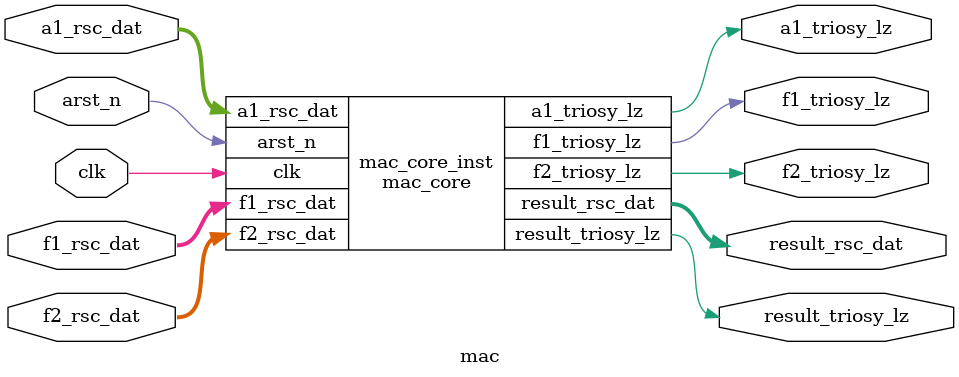
<source format=sv>



module ccs_in_v1 (idat, dat);

  parameter integer rscid = 1;
  parameter integer width = 8;

  output [width-1:0] idat;
  input  [width-1:0] dat;

  wire   [width-1:0] idat;

  assign idat = dat;

endmodule


//------> /wv/hlsb/CATAPULT/2025.2/2025-05-14/aol/Mgc_home/pkgs/siflibs/ccs_out_v1.v 
//------------------------------------------------------------------------------
// Catapult Synthesis - Sample I/O Port Library
//
// Copyright (c) 2003-2015 Mentor Graphics Corp.
//       All Rights Reserved
//
// This document may be used and distributed without restriction provided that
// this copyright statement is not removed from the file and that any derivative
// work contains this copyright notice.
//
// The design information contained in this file is intended to be an example
// of the functionality which the end user may study in preparation for creating
// their own custom interfaces. This design does not necessarily present a 
// complete implementation of the named protocol or standard.
//
//------------------------------------------------------------------------------

module ccs_out_v1 (dat, idat);

  parameter integer rscid = 1;
  parameter integer width = 8;

  output   [width-1:0] dat;
  input    [width-1:0] idat;

  wire     [width-1:0] dat;

  assign dat = idat;

endmodule




//------> /wv/hlsb/CATAPULT/2025.2/2025-05-14/aol/Mgc_home/pkgs/siflibs/mgc_io_sync_v2.v 
//------------------------------------------------------------------------------
// Catapult Synthesis - Sample I/O Port Library
//
// Copyright (c) 2003-2017 Mentor Graphics Corp.
//       All Rights Reserved
//
// This document may be used and distributed without restriction provided that
// this copyright statement is not removed from the file and that any derivative
// work contains this copyright notice.
//
// The design information contained in this file is intended to be an example
// of the functionality which the end user may study in preparation for creating
// their own custom interfaces. This design does not necessarily present a 
// complete implementation of the named protocol or standard.
//
//------------------------------------------------------------------------------


module mgc_io_sync_v2 (ld, lz);
    parameter valid = 0;

    input  ld;
    output lz;

    wire   lz;

    assign lz = ld;

endmodule


//------> /wv/hlsb/CATAPULT/2025.2/2025-05-14/aol/Mgc_home/pkgs/hls_pkgs/mgc_comps_src/mgc_mul_pipe_beh.v 
//
// File:      $Mgc_home/pkgs/hls_pkgs/mgc_comps_src/mgc_mul_pipe_beh.v
//
// BASELINE:  Catapult-C version 2006b.63
// MODIFIED:  2007-04-03, tnagler
//
// Note: this file uses Verilog2001 features; 
//       please enable Verilog2001 in the flow!

module mgc_mul_pipe (a, b, clk, en, a_rst, s_rst, z);

    // Parameters:
    parameter integer width_a = 32'd4;  // input a bit width
    parameter         signd_a =  1'b1;  // input a type (1=signed, 0=unsigned)
    parameter integer width_b = 32'd4;  // input b bit width
    parameter         signd_b =  1'b1;  // input b type (1=signed, 0=unsigned)
    parameter integer width_z = 32'd8;  // result bit width (= width_a + width_b)
    parameter      clock_edge =  1'b0;  // clock polarity (1=posedge, 0=negedge)
    parameter   enable_active =  1'b0;  // enable polarity (1=posedge, 0=negedge)
    parameter    a_rst_active =  1'b1;  // unused
    parameter    s_rst_active =  1'b1;  // unused
    parameter integer  stages = 32'd2;  // number of output registers + 1 (careful!)
    parameter integer n_inreg = 32'd0;  // number of input registers
   
    localparam integer width_ab = width_a + width_b;  // multiplier result width
    localparam integer n_inreg_min = (n_inreg > 1) ? (n_inreg-1) : 0; // for Synopsys DC
   
    // I/O ports:
    input  [width_a-1:0] a;      // input A
    input  [width_b-1:0] b;      // input B
    input                clk;    // clock
    input                en;     // enable
    input                a_rst;  // spyglass disable SYNTH_5121,W240
    input                s_rst;  // spyglass disable SYNTH_5121,W240
    output [width_z-1:0] z;      // output


    // Input registers:

    wire [width_a-1:0] a_f;
    wire [width_b-1:0] b_f;

    integer i;

    generate
    if (clock_edge == 1'b0)
    begin: NEG_EDGE1
        case (n_inreg)
        32'd0: begin: B1
            assign a_f = a, 
                   b_f = b;
        end
        default: begin: B2
            reg [width_a-1:0] a_reg [n_inreg_min:0];
            reg [width_b-1:0] b_reg [n_inreg_min:0];
            always @(negedge clk)
            if (en == enable_active)
            begin: B21
                a_reg[0] <= a;
                b_reg[0] <= b;
                for (i = 0; i < n_inreg_min; i = i + 1)
                begin: B3
                    a_reg[i+1] <= a_reg[i]; //spyglass disable FlopEConst
                    b_reg[i+1] <= b_reg[i]; //spyglass disable FlopEConst
                end
            end
            assign a_f = a_reg[n_inreg_min],
                   b_f = b_reg[n_inreg_min];
        end
        endcase
    end
    else
    begin: POS_EDGE1
        case (n_inreg)
        32'd0: begin: B1
            assign a_f = a, 
                   b_f = b;
        end
        default: begin: B2
            reg [width_a-1:0] a_reg [n_inreg_min:0];
            reg [width_b-1:0] b_reg [n_inreg_min:0];
            always @(posedge clk)
            if (en == enable_active)
            begin: B21
                a_reg[0] <= a; //spyglass disable FlopEConst
                b_reg[0] <= b; //spyglass disable FlopEConst
                for (i = 0; i < n_inreg_min; i = i + 1)
                begin: B3
                    a_reg[i+1] <= a_reg[i]; //spyglass disable FlopEConst
                    b_reg[i+1] <= b_reg[i]; //spyglass disable FlopEConst
                end
            end
            assign a_f = a_reg[n_inreg_min],
                   b_f = b_reg[n_inreg_min];
        end
        endcase
    end
    endgenerate


    // Output:
    wire [width_z-1:0]  xz;

    function signed [width_z-1:0] conv_signed;
      input signed [width_ab-1:0] res;
      conv_signed = res[width_z-1:0];
    endfunction

    generate
      wire signed [width_ab-1:0] res;
      if ( (signd_a == 1'b1) && (signd_b == 1'b1) )
      begin: SIGNED_AB
              assign res = $signed(a_f) * $signed(b_f);
              assign xz = conv_signed(res);
      end
      else if ( (signd_a == 1'b1) && (signd_b == 1'b0) )
      begin: SIGNED_A
              assign res = $signed(a_f) * $signed({1'b0, b_f});
              assign xz = conv_signed(res);
      end
      else if ( (signd_a == 1'b0) && (signd_b == 1'b1) )
      begin: SIGNED_B
              assign res = $signed({1'b0,a_f}) * $signed(b_f);
              assign xz = conv_signed(res);
      end
      else
      begin: UNSIGNED_AB
              assign res = a_f * b_f;
	      assign xz = res[width_z-1:0];
      end
    endgenerate


    // Output registers:

    reg  [width_z-1:0] reg_array[stages-2:0];
    wire [width_z-1:0] z;

    generate
    if (clock_edge == 1'b0)
    begin: NEG_EDGE2
        always @(negedge clk)
        if (en == enable_active)
            for (i = stages-2; i >= 0; i = i-1)
                if (i == 0)
                    reg_array[i] <= xz; //spyglass disable FlopEConst
                else
                    reg_array[i] <= reg_array[i-1]; //spyglass disable FlopEConst
    end
    else
    begin: POS_EDGE2
        always @(posedge clk)
        if (en == enable_active)
            for (i = stages-2; i >= 0; i = i-1)
                if (i == 0)
                    reg_array[i] <= xz; //spyglass disable FlopEConst
                else
                    reg_array[i] <= reg_array[i-1]; //spyglass disable FlopEConst
    end
    endgenerate

    assign z = reg_array[stages-2];
endmodule

//------> ./rtl.v 
// ----------------------------------------------------------------------
//  HLS HDL:        Verilog Netlister
//  HLS Version:    2025.2/1190995 Production Release
//  HLS Date:       Wed May 14 16:03:56 PDT 2025
// 
//  Generated by:   russk@orw-russk-vm
//  Generated date: Mon Aug 11 17:12:42 2025
// ----------------------------------------------------------------------

// 
// ------------------------------------------------------------------
//  Design Unit:    mac_core_core_fsm
//  FSM Module
// ------------------------------------------------------------------


module mac_core_core_fsm (
  clk, arst_n, fsm_output
);
  input clk;
  input arst_n;
  output [3:0] fsm_output;
  reg [3:0] fsm_output;


  // FSM State Type Declaration for mac_core_core_fsm_1
  parameter
    main_C_0 = 2'd0,
    main_C_1 = 2'd1,
    main_C_2 = 2'd2,
    main_C_3 = 2'd3;

  reg [1:0] state_var;
  reg [1:0] state_var_NS;


  // Interconnect Declarations for Component Instantiations 
  always @(*)
  begin : mac_core_core_fsm_1
    case (state_var)
      main_C_1 : begin
        fsm_output = 4'b0010;
        state_var_NS = main_C_2;
      end
      main_C_2 : begin
        fsm_output = 4'b0100;
        state_var_NS = main_C_3;
      end
      main_C_3 : begin
        fsm_output = 4'b1000;
        state_var_NS = main_C_0;
      end
      // main_C_0
      default : begin
        fsm_output = 4'b0001;
        state_var_NS = main_C_1;
      end
    endcase
  end

  always @(posedge clk or negedge arst_n) begin
    if ( ~ arst_n ) begin
      state_var <= main_C_0;
    end
    else begin
      state_var <= state_var_NS;
    end
  end

endmodule

// ------------------------------------------------------------------
//  Design Unit:    mac_core
// ------------------------------------------------------------------


module mac_core (
  clk, arst_n, f1_rsc_dat, f1_triosy_lz, f2_rsc_dat, f2_triosy_lz, a1_rsc_dat, a1_triosy_lz,
      result_rsc_dat, result_triosy_lz
);
  input clk;
  input arst_n;
  input [31:0] f1_rsc_dat;
  output f1_triosy_lz;
  input [31:0] f2_rsc_dat;
  output f2_triosy_lz;
  input [31:0] a1_rsc_dat;
  output a1_triosy_lz;
  output [31:0] result_rsc_dat;
  output result_triosy_lz;


  // Interconnect Declarations
  wire [31:0] f1_rsci_idat;
  wire [31:0] f2_rsci_idat;
  wire [31:0] a1_rsci_idat;
  reg result_triosy_obj_ld;
  wire [23:0] mul_cmp_z;
  reg [24:0] result_rsci_idat_24_0;
  wire [25:0] nl_result_rsci_idat_24_0;
  wire [3:0] fsm_output;
  reg reg_f1_triosy_obj_ld_cse;
  reg [24:0] a1_slc_24_0_itm;


  // Interconnect Declarations for Component Instantiations 
  wire [31:0] nl_result_rsci_idat;
  assign nl_result_rsci_idat = {{7{result_rsci_idat_24_0[24]}}, result_rsci_idat_24_0};
  wire [23:0] nl_mul_cmp_a;
  assign nl_mul_cmp_a = f1_rsci_idat[23:0];
  wire [23:0] nl_mul_cmp_b;
  assign nl_mul_cmp_b = f2_rsci_idat[23:0];
  ccs_in_v1 #(.rscid(32'sd5),
  .width(32'sd32)) f1_rsci (
      .dat(f1_rsc_dat),
      .idat(f1_rsci_idat)
    );
  ccs_in_v1 #(.rscid(32'sd6),
  .width(32'sd32)) f2_rsci (
      .dat(f2_rsc_dat),
      .idat(f2_rsci_idat)
    );
  ccs_in_v1 #(.rscid(32'sd7),
  .width(32'sd32)) a1_rsci (
      .dat(a1_rsc_dat),
      .idat(a1_rsci_idat)
    );
  ccs_out_v1 #(.rscid(32'sd8),
  .width(32'sd32)) result_rsci (
      .idat(nl_result_rsci_idat[31:0]),
      .dat(result_rsc_dat)
    );
  mgc_io_sync_v2 #(.valid(32'sd0)) f1_triosy_obj (
      .ld(reg_f1_triosy_obj_ld_cse),
      .lz(f1_triosy_lz)
    );
  mgc_io_sync_v2 #(.valid(32'sd0)) f2_triosy_obj (
      .ld(reg_f1_triosy_obj_ld_cse),
      .lz(f2_triosy_lz)
    );
  mgc_io_sync_v2 #(.valid(32'sd0)) a1_triosy_obj (
      .ld(reg_f1_triosy_obj_ld_cse),
      .lz(a1_triosy_lz)
    );
  mgc_io_sync_v2 #(.valid(32'sd0)) result_triosy_obj (
      .ld(result_triosy_obj_ld),
      .lz(result_triosy_lz)
    );
  mgc_mul_pipe #(.width_a(32'sd24),
  .signd_a(32'sd0),
  .width_b(32'sd24),
  .signd_b(32'sd0),
  .width_z(32'sd24),
  .clock_edge(32'sd1),
  .enable_active(32'sd1),
  .a_rst_active(32'sd0),
  .s_rst_active(32'sd0),
  .stages(32'sd2),
  .n_inreg(32'sd1)) mul_cmp (
      .a(nl_mul_cmp_a[23:0]),
      .b(nl_mul_cmp_b[23:0]),
      .clk(clk),
      .en(1'b1),
      .a_rst(arst_n),
      .s_rst(1'b1),
      .z(mul_cmp_z)
    );
  mac_core_core_fsm mac_core_core_fsm_inst (
      .clk(clk),
      .arst_n(arst_n),
      .fsm_output(fsm_output)
    );
  always @(posedge clk) begin
    if ( fsm_output[0] ) begin
      a1_slc_24_0_itm <= a1_rsci_idat[24:0];
    end
  end
  always @(posedge clk) begin
    if ( fsm_output[2] ) begin
      result_rsci_idat_24_0 <= nl_result_rsci_idat_24_0[24:0];
    end
  end
  always @(posedge clk or negedge arst_n) begin
    if ( ~ arst_n ) begin
      reg_f1_triosy_obj_ld_cse <= 1'b0;
      result_triosy_obj_ld <= 1'b0;
    end
    else begin
      reg_f1_triosy_obj_ld_cse <= fsm_output[0];
      result_triosy_obj_ld <= fsm_output[2];
    end
  end
  assign nl_result_rsci_idat_24_0  = (conv_s2s_24_25(mul_cmp_z) + a1_slc_24_0_itm);

  function automatic [24:0] conv_s2s_24_25 ;
    input [23:0]  vector ;
  begin
    conv_s2s_24_25 = {vector[23], vector};
  end
  endfunction

endmodule

// ------------------------------------------------------------------
//  Design Unit:    mac
// ------------------------------------------------------------------


module mac (
  clk, arst_n, f1_rsc_dat, f1_triosy_lz, f2_rsc_dat, f2_triosy_lz, a1_rsc_dat, a1_triosy_lz,
      result_rsc_dat, result_triosy_lz
);
  input clk;
  input arst_n;
  input [31:0] f1_rsc_dat;
  output f1_triosy_lz;
  input [31:0] f2_rsc_dat;
  output f2_triosy_lz;
  input [31:0] a1_rsc_dat;
  output a1_triosy_lz;
  output [31:0] result_rsc_dat;
  output result_triosy_lz;



  // Interconnect Declarations for Component Instantiations 
  mac_core mac_core_inst (
      .clk(clk),
      .arst_n(arst_n),
      .f1_rsc_dat(f1_rsc_dat),
      .f1_triosy_lz(f1_triosy_lz),
      .f2_rsc_dat(f2_rsc_dat),
      .f2_triosy_lz(f2_triosy_lz),
      .a1_rsc_dat(a1_rsc_dat),
      .a1_triosy_lz(a1_triosy_lz),
      .result_rsc_dat(result_rsc_dat),
      .result_triosy_lz(result_triosy_lz)
    );
endmodule




</source>
